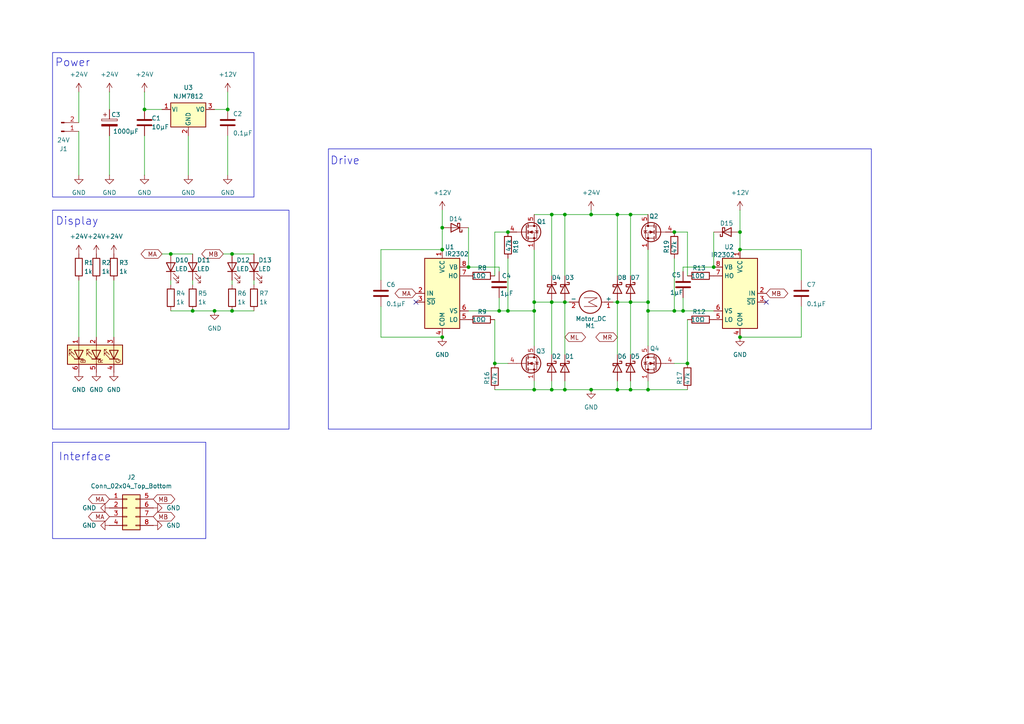
<source format=kicad_sch>
(kicad_sch (version 20231120) (generator "eeschema") (generator_version "8.0")
  (paper "A4")
  (lib_symbols
    (symbol "Connector:Conn_01x02_Pin" (pin_names (offset 1.016) hide)
      (property "Reference" "J" (at 0 2.54 0))
      (property "Value" "Conn_01x02_Pin" (at 0 -5.08 0))
      (symbol "Conn_01x02_Pin_1_1"
        (polyline (pts (xy 1.27 -2.54) (xy 0.8636 -2.54)) (stroke (width 0.1524)))
        (polyline (pts (xy 1.27 0) (xy 0.8636 0)) (stroke (width 0.1524)))
        (rectangle (start 0.8636 -2.413) (end 0 -2.667) (stroke (width 0.1524)) (fill (type outline)))
        (rectangle (start 0.8636 0.127) (end 0 -0.127) (stroke (width 0.1524)) (fill (type outline)))
        (pin passive line (at 5.08 0 180) (length 3.81) (name "Pin_1") (number "1"))
        (pin passive line (at 5.08 -2.54 180) (length 3.81) (name "Pin_2") (number "2"))
      )
    )
    (symbol "Connector_Generic:Conn_02x04_Top_Bottom" (pin_names (offset 1.016) hide)
      (property "Reference" "J" (at 1.27 5.08 0))
      (property "Value" "Conn_02x04_Top_Bottom" (at 1.27 -7.62 0))
      (symbol "Conn_02x04_Top_Bottom_1_1"
        (rectangle (start -1.27 -4.953) (end 0 -5.207) (stroke (width 0.1524)))
        (rectangle (start -1.27 -2.413) (end 0 -2.667) (stroke (width 0.1524)))
        (rectangle (start -1.27 0.127) (end 0 -0.127) (stroke (width 0.1524)))
        (rectangle (start -1.27 2.667) (end 0 2.413) (stroke (width 0.1524)))
        (rectangle (start -1.27 3.81) (end 3.81 -6.35) (stroke (width 0.254)) (fill (type background)))
        (rectangle (start 3.81 -4.953) (end 2.54 -5.207) (stroke (width 0.1524)))
        (rectangle (start 3.81 -2.413) (end 2.54 -2.667) (stroke (width 0.1524)))
        (rectangle (start 3.81 0.127) (end 2.54 -0.127) (stroke (width 0.1524)))
        (rectangle (start 3.81 2.667) (end 2.54 2.413) (stroke (width 0.1524)))
        (pin passive line (at -5.08 2.54 0) (length 3.81) (name "Pin_1") (number "1"))
        (pin passive line (at -5.08 0 0) (length 3.81) (name "Pin_2") (number "2"))
        (pin passive line (at -5.08 -2.54 0) (length 3.81) (name "Pin_3") (number "3"))
        (pin passive line (at -5.08 -5.08 0) (length 3.81) (name "Pin_4") (number "4"))
        (pin passive line (at 7.62 2.54 180) (length 3.81) (name "Pin_5") (number "5"))
        (pin passive line (at 7.62 0 180) (length 3.81) (name "Pin_6") (number "6"))
        (pin passive line (at 7.62 -2.54 180) (length 3.81) (name "Pin_7") (number "7"))
        (pin passive line (at 7.62 -5.08 180) (length 3.81) (name "Pin_8") (number "8"))
      )
    )
    (symbol "Device:C" (pin_numbers hide) (pin_names (offset 0.254))
      (property "Reference" "C" (at 0.635 2.54 0))
      (property "Value" "C" (at 0.635 -2.54 0))
      (symbol "C_0_1"
        (polyline (pts (xy -2.032 -0.762) (xy 2.032 -0.762)) (stroke (width 0.508)))
        (polyline (pts (xy -2.032 0.762) (xy 2.032 0.762)) (stroke (width 0.508)))
      )
      (symbol "C_1_1"
        (pin passive line (at 0 3.81 270) (length 2.794) (name "~") (number "1"))
        (pin passive line (at 0 -3.81 90) (length 2.794) (name "~") (number "2"))
      )
    )
    (symbol "Device:C_Polarized" (pin_numbers hide) (pin_names (offset 0.254))
      (property "Reference" "C" (at 0.635 2.54 0))
      (property "Value" "C_Polarized" (at 0.635 -2.54 0))
      (symbol "C_Polarized_0_1"
        (rectangle (start -2.286 0.508) (end 2.286 1.016))
        (polyline (pts (xy -1.778 2.286) (xy -0.762 2.286)))
        (polyline (pts (xy -1.27 2.794) (xy -1.27 1.778)))
        (rectangle (start 2.286 -0.508) (end -2.286 -1.016) (fill (type outline)))
      )
      (symbol "C_Polarized_1_1"
        (pin passive line (at 0 3.81 270) (length 2.794) (name "~") (number "1"))
        (pin passive line (at 0 -3.81 90) (length 2.794) (name "~") (number "2"))
      )
    )
    (symbol "Device:LED" (pin_numbers hide) (pin_names (offset 1.016) hide)
      (property "Reference" "D" (at 0 2.54 0))
      (property "Value" "LED" (at 0 -2.54 0))
      (symbol "LED_0_1"
        (polyline (pts (xy -1.27 -1.27) (xy -1.27 1.27)) (stroke (width 0.254)))
        (polyline (pts (xy -1.27 0) (xy 1.27 0)))
        (polyline (pts (xy 1.27 -1.27) (xy 1.27 1.27) (xy -1.27 0) (xy 1.27 -1.27)) (stroke (width 0.254)))
        (polyline (pts (xy -3.048 -0.762) (xy -4.572 -2.286) (xy -3.81 -2.286) (xy -4.572 -2.286) (xy -4.572 -1.524)))
        (polyline (pts (xy -1.778 -0.762) (xy -3.302 -2.286) (xy -2.54 -2.286) (xy -3.302 -2.286) (xy -3.302 -1.524)))
      )
      (symbol "LED_1_1"
        (pin passive line (at -3.81 0 0) (length 2.54) (name "K") (number "1"))
        (pin passive line (at 3.81 0 180) (length 2.54) (name "A") (number "2"))
      )
    )
    (symbol "Device:R" (pin_numbers hide) (pin_names (offset 0))
      (property "Reference" "R" (at 2.032 0 90))
      (property "Value" "R" (at 0 0 90))
      (symbol "R_0_1"
        (rectangle (start -1.016 -2.54) (end 1.016 2.54) (stroke (width 0.254)))
      )
      (symbol "R_1_1"
        (pin passive line (at 0 3.81 270) (length 1.27) (name "~") (number "1"))
        (pin passive line (at 0 -3.81 90) (length 1.27) (name "~") (number "2"))
      )
    )
    (symbol "Diode:SS14" (pin_numbers hide) (pin_names (offset 1.016) hide)
      (property "Reference" "D" (at 0 2.54 0))
      (property "Value" "SS14" (at 0 -2.54 0))
      (symbol "SS14_0_1"
        (polyline (pts (xy 1.27 0) (xy -1.27 0)))
        (polyline (pts (xy 1.27 1.27) (xy 1.27 -1.27) (xy -1.27 0) (xy 1.27 1.27)) (stroke (width 0.254)))
        (polyline (pts (xy -1.905 0.635) (xy -1.905 1.27) (xy -1.27 1.27) (xy -1.27 -1.27) (xy -0.635 -1.27) (xy -0.635 -0.635)) (stroke (width 0.254)))
      )
      (symbol "SS14_1_1"
        (pin passive line (at -3.81 0 0) (length 2.54) (name "K") (number "1"))
        (pin passive line (at 3.81 0 180) (length 2.54) (name "A") (number "2"))
      )
    )
    (symbol "Driver_FET:IR2302"
      (property "Reference" "U" (at 1.27 13.335 0))
      (property "Value" "IR2302" (at 1.27 11.43 0))
      (symbol "IR2302_0_1"
        (rectangle (start -5.08 -10.16) (end 5.08 10.16) (stroke (width 0.254)) (fill (type background)))
      )
      (symbol "IR2302_1_1"
        (pin power_in line (at 0 12.7 270) (length 2.54) (name "VCC") (number "1"))
        (pin input line (at -7.62 0 0) (length 2.54) (name "IN") (number "2"))
        (pin input line (at -7.62 -2.54 0) (length 2.54) (name "~{SD}") (number "3"))
        (pin power_in line (at 0 -12.7 90) (length 2.54) (name "COM") (number "4"))
        (pin output line (at 7.62 -7.62 180) (length 2.54) (name "LO") (number "5"))
        (pin passive line (at 7.62 -5.08 180) (length 2.54) (name "VS") (number "6"))
        (pin output line (at 7.62 5.08 180) (length 2.54) (name "HO") (number "7"))
        (pin passive line (at 7.62 7.62 180) (length 2.54) (name "VB") (number "8"))
      )
    )
    (symbol "LED:SMLVN6RGB" (pin_names (offset 0) hide)
      (property "Reference" "D" (at 0 12.7 0))
      (property "Value" "SMLVN6RGB" (at 0 10.16 0))
      (symbol "SMLVN6RGB_0_0"
        (text "B" (at 1.905 3.81 0) (effects (font (size 1.27 1.27))))
        (text "G" (at 1.905 -6.35 0) (effects (font (size 1.27 1.27))))
        (text "R" (at 1.905 -1.27 0) (effects (font (size 1.27 1.27))))
      )
      (symbol "SMLVN6RGB_0_1"
        (rectangle (start -2.794 8.382) (end 2.794 -7.62) (stroke (width 0.254)) (fill (type background)))
        (rectangle (start -1.27 -1.27) (end -1.27 1.27))
        (rectangle (start -1.27 1.27) (end -1.27 1.27))
        (rectangle (start -1.27 3.81) (end -1.27 6.35))
        (rectangle (start -1.27 6.35) (end -1.27 6.35))
        (polyline (pts (xy -1.27 -5.08) (xy -2.54 -5.08)))
        (polyline (pts (xy -1.27 0) (xy -2.54 0)))
        (polyline (pts (xy -1.27 0) (xy 1.27 0)))
        (polyline (pts (xy -1.27 5.08) (xy -2.54 5.08)))
        (polyline (pts (xy 1.27 -5.08) (xy -1.27 -5.08)))
        (polyline (pts (xy 1.27 -5.08) (xy 2.54 -5.08)))
        (polyline (pts (xy 1.27 -3.81) (xy 1.27 -6.35)) (stroke (width 0.254)))
        (polyline (pts (xy 1.27 0) (xy 2.54 0)))
        (polyline (pts (xy 1.27 1.27) (xy 1.27 -1.27)) (stroke (width 0.254)))
        (polyline (pts (xy 1.27 5.08) (xy -1.27 5.08)))
        (polyline (pts (xy 1.27 5.08) (xy 2.54 5.08)))
        (polyline (pts (xy 1.27 6.35) (xy 1.27 3.81)) (stroke (width 0.254)))
        (polyline (pts (xy 1.27 1.27) (xy 1.27 -1.27) (xy 1.27 -1.27)))
        (polyline (pts (xy 1.27 6.35) (xy 1.27 3.81) (xy 1.27 3.81)))
        (polyline (pts (xy -1.27 -3.81) (xy -1.27 -6.35) (xy 1.27 -5.08) (xy -1.27 -3.81)) (stroke (width 0.254)))
        (polyline (pts (xy -1.27 1.27) (xy -1.27 -1.27) (xy 1.27 0) (xy -1.27 1.27)) (stroke (width 0.254)))
        (polyline (pts (xy -1.27 6.35) (xy -1.27 3.81) (xy 1.27 5.08) (xy -1.27 6.35)) (stroke (width 0.254)))
        (polyline (pts (xy 0 -3.81) (xy -1.524 -2.286) (xy -0.762 -2.286) (xy -1.524 -2.286) (xy -1.524 -3.048)))
        (polyline (pts (xy 0 1.27) (xy -1.524 2.794) (xy -0.762 2.794) (xy -1.524 2.794) (xy -1.524 2.032)))
        (polyline (pts (xy 0 6.35) (xy -1.524 7.874) (xy -0.762 7.874) (xy -1.524 7.874) (xy -1.524 7.112)))
        (polyline (pts (xy 1.016 -3.81) (xy -0.508 -2.286) (xy 0.254 -2.286) (xy -0.508 -2.286) (xy -0.508 -3.048)))
        (polyline (pts (xy 1.016 1.27) (xy -0.508 2.794) (xy 0.254 2.794) (xy -0.508 2.794) (xy -0.508 2.032)))
        (polyline (pts (xy 1.016 6.35) (xy -0.508 7.874) (xy 0.254 7.874) (xy -0.508 7.874) (xy -0.508 7.112)))
      )
      (symbol "SMLVN6RGB_1_1"
        (pin passive line (at -5.08 5.08 0) (length 2.54) (name "BA") (number "1"))
        (pin passive line (at -5.08 0 0) (length 2.54) (name "RA") (number "2"))
        (pin passive line (at -5.08 -5.08 0) (length 2.54) (name "GA") (number "3"))
        (pin passive line (at 5.08 -5.08 180) (length 2.54) (name "GK") (number "4"))
        (pin passive line (at 5.08 0 180) (length 2.54) (name "RK") (number "5"))
        (pin passive line (at 5.08 5.08 180) (length 2.54) (name "BK") (number "6"))
      )
    )
    (symbol "Motor:Motor_DC" (pin_names (offset 0))
      (property "Reference" "M" (at 2.54 2.54 0))
      (property "Value" "Motor_DC" (at 2.54 -5.08 0))
      (symbol "Motor_DC_0_0"
        (polyline (pts (xy -1.27 -3.302) (xy -1.27 0.508) (xy 0 -2.032) (xy 1.27 0.508) (xy 1.27 -3.302)))
      )
      (symbol "Motor_DC_0_1"
        (circle (center 0 -1.524) (radius 3.2512) (stroke (width 0.254)))
        (polyline (pts (xy 0 -7.62) (xy 0 -7.112)))
        (polyline (pts (xy 0 -4.7752) (xy 0 -5.1816)))
        (polyline (pts (xy 0 1.7272) (xy 0 2.0828)))
        (polyline (pts (xy 0 2.032) (xy 0 2.54)))
      )
      (symbol "Motor_DC_1_1"
        (pin passive line (at 0 5.08 270) (length 2.54) (name "+") (number "1"))
        (pin passive line (at 0 -7.62 90) (length 2.54) (name "-") (number "2"))
      )
    )
    (symbol "Regulator_Linear:KA78M05_TO252" (pin_names (offset 0.254))
      (property "Reference" "U" (at -3.81 3.175 0))
      (property "Value" "KA78M05_TO252" (at 0 3.175 0))
      (symbol "KA78M05_TO252_0_1"
        (rectangle (start -5.08 1.905) (end 5.08 -5.08) (stroke (width 0.254)) (fill (type background)))
      )
      (symbol "KA78M05_TO252_1_1"
        (pin power_in line (at -7.62 0 0) (length 2.54) (name "VI") (number "1"))
        (pin power_in line (at 0 -7.62 90) (length 2.54) (name "GND") (number "2"))
        (pin power_out line (at 7.62 0 180) (length 2.54) (name "VO") (number "3"))
      )
    )
    (symbol "Transistor_FET:BSC159N10LSFG" (pin_names hide)
      (property "Reference" "Q" (at 5.08 1.905 0))
      (property "Value" "BSC159N10LSFG" (at 5.08 0 0))
      (symbol "BSC159N10LSFG_0_1"
        (polyline (pts (xy 0.254 0) (xy -2.54 0)))
        (polyline (pts (xy 0.254 1.905) (xy 0.254 -1.905)) (stroke (width 0.254)))
        (polyline (pts (xy 0.762 -1.27) (xy 0.762 -2.286)) (stroke (width 0.254)))
        (polyline (pts (xy 0.762 0.508) (xy 0.762 -0.508)) (stroke (width 0.254)))
        (polyline (pts (xy 0.762 2.286) (xy 0.762 1.27)) (stroke (width 0.254)))
        (polyline (pts (xy 2.54 2.54) (xy 2.54 1.778)))
        (polyline (pts (xy 2.54 -2.54) (xy 2.54 0) (xy 0.762 0)))
        (polyline (pts (xy 0.762 -1.778) (xy 3.302 -1.778) (xy 3.302 1.778) (xy 0.762 1.778)))
        (polyline (pts (xy 1.016 0) (xy 2.032 0.381) (xy 2.032 -0.381) (xy 1.016 0)) (fill (type outline)))
        (polyline (pts (xy 2.794 0.508) (xy 2.921 0.381) (xy 3.683 0.381) (xy 3.81 0.254)))
        (polyline (pts (xy 3.302 0.381) (xy 2.921 -0.254) (xy 3.683 -0.254) (xy 3.302 0.381)))
        (circle (center 1.651 0) (radius 2.794) (stroke (width 0.254)))
        (circle (center 2.54 -1.778) (radius 0.254) (fill (type outline)))
        (circle (center 2.54 1.778) (radius 0.254) (fill (type outline)))
      )
      (symbol "BSC159N10LSFG_1_1"
        (pin passive line (at 2.54 -5.08 90) (length 2.54) (name "S") (number "1"))
        (pin passive line (at 2.54 -5.08 90) (length 2.54) hide (name "S") (number "2"))
        (pin passive line (at 2.54 -5.08 90) (length 2.54) hide (name "S") (number "3"))
        (pin passive line (at -5.08 0 0) (length 2.54) (name "G") (number "4"))
        (pin passive line (at 2.54 5.08 270) (length 2.54) (name "D") (number "5"))
      )
    )
    (symbol "power:+12V" (power) (pin_numbers hide) (pin_names (offset 0) hide)
      (property "Value" "+12V" (at 0 3.556 0))
      (symbol "+12V_0_1"
        (polyline (pts (xy -0.762 1.27) (xy 0 2.54)))
        (polyline (pts (xy 0 0) (xy 0 2.54)))
        (polyline (pts (xy 0 2.54) (xy 0.762 1.27)))
      )
      (symbol "+12V_1_1"
        (pin power_in line (at 0 0 90) (length 0) (name "~") (number "1"))
      )
    )
    (symbol "power:+24V" (power) (pin_numbers hide) (pin_names (offset 0) hide)
      (property "Value" "+24V" (at 0 3.556 0))
      (symbol "+24V_0_1"
        (polyline (pts (xy -0.762 1.27) (xy 0 2.54)))
        (polyline (pts (xy 0 0) (xy 0 2.54)))
        (polyline (pts (xy 0 2.54) (xy 0.762 1.27)))
      )
      (symbol "+24V_1_1"
        (pin power_in line (at 0 0 90) (length 0) (name "~") (number "1"))
      )
    )
    (symbol "power:GND" (power) (pin_numbers hide) (pin_names (offset 0) hide)
      (property "Value" "GND" (at 0 -3.81 0))
      (symbol "GND_0_1"
        (polyline (pts (xy 0 0) (xy 0 -1.27) (xy 1.27 -1.27) (xy 0 -2.54) (xy -1.27 -1.27) (xy 0 -1.27)))
      )
      (symbol "GND_1_1"
        (pin power_in line (at 0 0 270) (length 0) (name "~") (number "1"))
      )
    )
  )
  (junction (at 179.07 113.03))
  (junction (at 187.96 90.17))
  (junction (at 66.04 31.75))
  (junction (at 198.12 90.17))
  (junction (at 160.02 87.63))
  (junction (at 187.96 87.63))
  (junction (at 214.63 72.39))
  (junction (at 179.07 87.63))
  (junction (at 62.23 90.17))
  (junction (at 171.45 62.23))
  (junction (at 55.88 90.17))
  (junction (at 195.58 67.31))
  (junction (at 163.83 62.23))
  (junction (at 154.94 87.63))
  (junction (at 160.02 62.23))
  (junction (at 128.27 72.39))
  (junction (at 163.83 87.63))
  (junction (at 199.39 105.41))
  (junction (at 49.53 73.66))
  (junction (at 214.63 67.31))
  (junction (at 182.88 87.63))
  (junction (at 187.96 113.03))
  (junction (at 41.91 31.75))
  (junction (at 179.07 62.23))
  (junction (at 163.83 113.03))
  (junction (at 160.02 113.03))
  (junction (at 147.32 67.31))
  (junction (at 67.31 73.66))
  (junction (at 154.94 113.03))
  (junction (at 182.88 62.23))
  (junction (at 135.89 77.47))
  (junction (at 171.45 113.03))
  (junction (at 195.58 90.17))
  (junction (at 154.94 90.17))
  (junction (at 214.63 97.79))
  (junction (at 144.78 90.17))
  (junction (at 147.32 90.17))
  (junction (at 67.31 90.17))
  (junction (at 182.88 113.03))
  (junction (at 207.01 77.47))
  (junction (at 143.51 105.41))
  (junction (at 128.27 66.04))
  (junction (at 128.27 97.79))
  (no_connect (at 120.65 87.63))
  (no_connect (at 222.25 87.63))
  (wire (pts (xy 160.02 62.23) (xy 163.83 62.23)))
  (wire (pts (xy 154.94 62.23) (xy 160.02 62.23)))
  (wire (pts (xy 199.39 105.41) (xy 195.58 105.41)))
  (wire (pts (xy 128.27 60.96) (xy 128.27 66.04)))
  (wire (pts (xy 160.02 113.03) (xy 160.02 110.49)))
  (wire (pts (xy 179.07 87.63) (xy 179.07 102.87)))
  (wire (pts (xy 171.45 60.96) (xy 171.45 62.23)))
  (wire (pts (xy 199.39 67.31) (xy 195.58 67.31)))
  (wire (pts (xy 232.41 81.28) (xy 232.41 72.39)))
  (wire (pts (xy 66.04 50.8) (xy 66.04 39.37)))
  (wire (pts (xy 154.94 87.63) (xy 154.94 90.17)))
  (wire (pts (xy 49.53 81.28) (xy 49.53 82.55)))
  (wire (pts (xy 160.02 87.63) (xy 163.83 87.63)))
  (wire (pts (xy 179.07 62.23) (xy 179.07 80.01)))
  (wire (pts (xy 214.63 60.96) (xy 214.63 67.31)))
  (wire (pts (xy 27.94 81.28) (xy 27.94 97.79)))
  (wire (pts (xy 154.94 87.63) (xy 160.02 87.63)))
  (wire (pts (xy 187.96 90.17) (xy 195.58 90.17)))
  (wire (pts (xy 182.88 87.63) (xy 187.96 87.63)))
  (wire (pts (xy 182.88 113.03) (xy 187.96 113.03)))
  (wire (pts (xy 163.83 113.03) (xy 163.83 110.49)))
  (wire (pts (xy 55.88 90.17) (xy 62.23 90.17)))
  (wire (pts (xy 171.45 62.23) (xy 179.07 62.23)))
  (wire (pts (xy 187.96 90.17) (xy 187.96 100.33)))
  (wire (pts (xy 143.51 113.03) (xy 154.94 113.03)))
  (wire (pts (xy 232.41 88.9) (xy 232.41 97.79)))
  (wire (pts (xy 62.23 90.17) (xy 67.31 90.17)))
  (wire (pts (xy 143.51 92.71) (xy 143.51 105.41)))
  (wire (pts (xy 198.12 90.17) (xy 207.01 90.17)))
  (wire (pts (xy 22.86 81.28) (xy 22.86 97.79)))
  (wire (pts (xy 182.88 113.03) (xy 182.88 110.49)))
  (wire (pts (xy 171.45 113.03) (xy 179.07 113.03)))
  (wire (pts (xy 147.32 74.93) (xy 147.32 90.17)))
  (wire (pts (xy 187.96 72.39) (xy 187.96 87.63)))
  (wire (pts (xy 187.96 87.63) (xy 187.96 90.17)))
  (wire (pts (xy 135.89 90.17) (xy 144.78 90.17)))
  (wire (pts (xy 41.91 50.8) (xy 41.91 39.37)))
  (wire (pts (xy 49.53 73.66) (xy 55.88 73.66)))
  (wire (pts (xy 128.27 66.04) (xy 128.27 72.39)))
  (wire (pts (xy 31.75 26.67) (xy 31.75 31.75)))
  (wire (pts (xy 198.12 86.36) (xy 198.12 90.17)))
  (wire (pts (xy 144.78 77.47) (xy 135.89 77.47)))
  (wire (pts (xy 66.04 26.67) (xy 66.04 31.75)))
  (wire (pts (xy 163.83 113.03) (xy 171.45 113.03)))
  (wire (pts (xy 144.78 77.47) (xy 144.78 78.74)))
  (wire (pts (xy 143.51 105.41) (xy 147.32 105.41)))
  (wire (pts (xy 154.94 72.39) (xy 154.94 87.63)))
  (wire (pts (xy 195.58 90.17) (xy 198.12 90.17)))
  (wire (pts (xy 199.39 67.31) (xy 199.39 80.01)))
  (wire (pts (xy 46.99 31.75) (xy 41.91 31.75)))
  (wire (pts (xy 66.04 31.75) (xy 62.23 31.75)))
  (wire (pts (xy 187.96 113.03) (xy 187.96 110.49)))
  (wire (pts (xy 73.66 81.28) (xy 73.66 82.55)))
  (wire (pts (xy 54.61 39.37) (xy 54.61 50.8)))
  (wire (pts (xy 31.75 39.37) (xy 31.75 50.8)))
  (wire (pts (xy 179.07 113.03) (xy 182.88 113.03)))
  (wire (pts (xy 160.02 62.23) (xy 160.02 80.01)))
  (wire (pts (xy 214.63 67.31) (xy 214.63 72.39)))
  (wire (pts (xy 179.07 113.03) (xy 179.07 110.49)))
  (wire (pts (xy 41.91 26.67) (xy 41.91 31.75)))
  (wire (pts (xy 147.32 90.17) (xy 154.94 90.17)))
  (wire (pts (xy 22.86 26.67) (xy 22.86 35.56)))
  (wire (pts (xy 232.41 72.39) (xy 214.63 72.39)))
  (wire (pts (xy 67.31 90.17) (xy 73.66 90.17)))
  (wire (pts (xy 154.94 113.03) (xy 154.94 110.49)))
  (wire (pts (xy 110.49 97.79) (xy 110.49 88.9)))
  (wire (pts (xy 154.94 113.03) (xy 160.02 113.03)))
  (wire (pts (xy 49.53 90.17) (xy 55.88 90.17)))
  (wire (pts (xy 110.49 81.28) (xy 110.49 72.39)))
  (wire (pts (xy 144.78 90.17) (xy 147.32 90.17)))
  (wire (pts (xy 182.88 62.23) (xy 187.96 62.23)))
  (wire (pts (xy 195.58 74.93) (xy 195.58 90.17)))
  (wire (pts (xy 160.02 113.03) (xy 163.83 113.03)))
  (wire (pts (xy 144.78 86.36) (xy 144.78 90.17)))
  (wire (pts (xy 110.49 72.39) (xy 128.27 72.39)))
  (wire (pts (xy 165.1 87.63) (xy 163.83 87.63)))
  (wire (pts (xy 187.96 113.03) (xy 199.39 113.03)))
  (wire (pts (xy 143.51 67.31) (xy 147.32 67.31)))
  (wire (pts (xy 179.07 87.63) (xy 182.88 87.63)))
  (wire (pts (xy 22.86 38.1) (xy 22.86 50.8)))
  (wire (pts (xy 64.77 73.66) (xy 67.31 73.66)))
  (wire (pts (xy 163.83 80.01) (xy 163.83 62.23)))
  (wire (pts (xy 182.88 62.23) (xy 182.88 80.01)))
  (wire (pts (xy 55.88 81.28) (xy 55.88 82.55)))
  (wire (pts (xy 199.39 92.71) (xy 199.39 105.41)))
  (wire (pts (xy 67.31 73.66) (xy 73.66 73.66)))
  (wire (pts (xy 67.31 81.28) (xy 67.31 82.55)))
  (wire (pts (xy 198.12 77.47) (xy 207.01 77.47)))
  (wire (pts (xy 163.83 87.63) (xy 163.83 102.87)))
  (wire (pts (xy 207.01 67.31) (xy 207.01 77.47)))
  (wire (pts (xy 160.02 87.63) (xy 160.02 102.87)))
  (wire (pts (xy 179.07 62.23) (xy 182.88 62.23)))
  (wire (pts (xy 232.41 97.79) (xy 214.63 97.79)))
  (wire (pts (xy 198.12 77.47) (xy 198.12 78.74)))
  (wire (pts (xy 128.27 97.79) (xy 110.49 97.79)))
  (wire (pts (xy 46.99 73.66) (xy 49.53 73.66)))
  (wire (pts (xy 143.51 67.31) (xy 143.51 80.01)))
  (wire (pts (xy 135.89 66.04) (xy 135.89 77.47)))
  (wire (pts (xy 154.94 90.17) (xy 154.94 100.33)))
  (wire (pts (xy 177.8 87.63) (xy 179.07 87.63)))
  (wire (pts (xy 182.88 87.63) (xy 182.88 102.87)))
  (wire (pts (xy 33.02 81.28) (xy 33.02 97.79)))
  (wire (pts (xy 163.83 62.23) (xy 171.45 62.23)))
  (rectangle (start 15.24 60.96) (end 83.82 124.46))
  (rectangle (start 95.25 43.18) (end 252.73 124.46))
  (rectangle (start 15.24 128.27) (end 59.69 156.21))
  (rectangle (start 15.24 15.24) (end 73.66 57.15))
  (text "Display" (at 22.352 64.262 0) (effects (font (size 2.286 2.286))))
  (text "Drive" (at 100.076 46.736 0) (effects (font (size 2.286 2.286))))
  (text "Interface" (at 24.638 132.588 0) (effects (font (size 2.286 2.286))))
  (text "Power\n" (at 21.082 18.288 0) (effects (font (size 2.286 2.286))))
  (global_label "MB" (shape bidirectional) (at 44.45 149.86 0) (property "Intersheetrefs" "${INTERSHEET_REFS}" (effects (hide yes))))
  (global_label "MA" (shape bidirectional) (at 46.99 73.66 180) (property "Intersheetrefs" "${INTERSHEET_REFS}" (effects (hide yes))))
  (global_label "MA" (shape bidirectional) (at 31.75 144.78 180) (property "Intersheetrefs" "${INTERSHEET_REFS}" (effects (hide yes))))
  (global_label "MB" (shape bidirectional) (at 222.25 85.09 0) (property "Intersheetrefs" "${INTERSHEET_REFS}" (effects (hide yes))))
  (global_label "MB" (shape bidirectional) (at 64.77 73.66 180) (property "Intersheetrefs" "${INTERSHEET_REFS}" (effects (hide yes))))
  (global_label "MB" (shape bidirectional) (at 44.45 144.78 0) (property "Intersheetrefs" "${INTERSHEET_REFS}" (effects (hide yes))))
  (global_label "ML" (shape bidirectional) (at 163.83 97.79 0) (property "Intersheetrefs" "${INTERSHEET_REFS}" (effects (hide yes))))
  (global_label "MR" (shape bidirectional) (at 179.07 97.79 180) (property "Intersheetrefs" "${INTERSHEET_REFS}" (effects (hide yes))))
  (global_label "MA" (shape bidirectional) (at 120.65 85.09 180) (property "Intersheetrefs" "${INTERSHEET_REFS}" (effects (hide yes))))
  (global_label "MA" (shape bidirectional) (at 31.75 149.86 180) (property "Intersheetrefs" "${INTERSHEET_REFS}" (effects (hide yes))))
  (symbol (lib_id "power:GND") (at 44.45 147.32 90) (unit 1)
    (property "Reference" "#PWR019" (effects (hide yes)))
    (property "Value" "GND" (at 48.26 147.3199 90) (effects (justify right)))
    (property "Description" "Power symbol creates a global label with name \"GND\" , ground" (effects (hide yes)))
  )
  (symbol (lib_id "Transistor_FET:BSC159N10LSFG") (at 152.4 67.31 0) (unit 1)
    (property "Reference" "Q1" (at 155.702 64.262 0) (effects (justify left)))
    (property "Value" "BSC159N10LSFG" (effects (hide yes)))
    (property "Footprint" "Package_TO_SOT_SMD:TDSON-8-1" (effects (hide yes)))
    (property "Datasheet" "http://www.infineon.com/dgdl/Infineon-BSC159N10LSF-DS-v02_09-en.pdf?fileId=db3a30431b3e89eb011b499f85d47b36" (effects (hide yes)))
    (property "Description" "63A Id, 100V Vds, OptiMOS N-Channel Power MOSFET, 15.9mOhm Ron, Qg (typ) 26.0nC, PG-TDSON-8" (effects (hide yes)))
  )
  (symbol (lib_id "Connector_Generic:Conn_02x04_Top_Bottom") (at 36.83 147.32 0) (unit 1)
    (property "Reference" "J2" (at 38.1 138.43 0))
    (property "Value" "Conn_02x04_Top_Bottom" (at 38.1 140.97 0))
    (property "Footprint" "Connector_PinHeader_2.54mm:PinHeader_2x04_P2.54mm_Horizontal" (effects (hide yes)))
    (property "Description" "Generic connector, double row, 02x04, top/bottom pin numbering scheme (row 1: 1...pins_per_row, row2: pins_per_row+1 ... num_pins), script generated (kicad-library-utils/schlib/autogen/connector/)" (effects (hide yes)))
  )
  (symbol (lib_id "Device:C") (at 66.04 35.56 0) (unit 1)
    (property "Reference" "C2" (at 67.564 33.02 0) (effects (justify left)))
    (property "Value" "0.1μF" (at 67.564 38.608 0) (effects (justify left)))
    (property "Footprint" "Capacitor_SMD:C_0603_1608Metric_Pad1.08x0.95mm_HandSolder" (effects (hide yes)))
    (property "Description" "Unpolarized capacitor" (effects (hide yes)))
  )
  (symbol (lib_id "power:GND") (at 27.94 107.95 0) (unit 1)
    (property "Reference" "#PWR014" (effects (hide yes)))
    (property "Value" "GND" (at 27.94 113.03 0))
    (property "Description" "Power symbol creates a global label with name \"GND\" , ground" (effects (hide yes)))
  )
  (symbol (lib_id "power:GND") (at 33.02 107.95 0) (unit 1)
    (property "Reference" "#PWR015" (effects (hide yes)))
    (property "Value" "GND" (at 33.02 113.03 0))
    (property "Description" "Power symbol creates a global label with name \"GND\" , ground" (effects (hide yes)))
  )
  (symbol (lib_id "Device:R") (at 22.86 77.47 0) (unit 1)
    (property "Reference" "R1" (at 24.384 76.2 0) (effects (justify left)))
    (property "Value" "1k" (at 24.384 78.74 0) (effects (justify left)))
    (property "Footprint" "Resistor_SMD:R_0603_1608Metric_Pad0.98x0.95mm_HandSolder" (effects (hide yes)))
    (property "Description" "Resistor" (effects (hide yes)))
  )
  (symbol (lib_id "power:+24V") (at 22.86 26.67 0) (unit 1)
    (property "Reference" "#PWR02" (effects (hide yes)))
    (property "Value" "+24V" (at 22.86 21.59 0))
    (property "Description" "Power symbol creates a global label with name \"+24V\"" (effects (hide yes)))
  )
  (symbol (lib_id "power:+12V") (at 66.04 26.67 0) (unit 1)
    (property "Reference" "#PWR07" (effects (hide yes)))
    (property "Value" "+12V" (at 66.04 21.59 0))
    (property "Description" "Power symbol creates a global label with name \"+12V\"" (effects (hide yes)))
  )
  (symbol (lib_id "Diode:SS14") (at 163.83 106.68 270) (unit 1)
    (property "Reference" "D1" (at 163.83 103.378 90) (effects (justify left)))
    (property "Value" "SS14" (effects (hide yes)))
    (property "Footprint" "Diode_SMD:D_SMA_Handsoldering" (effects (hide yes)))
    (property "Datasheet" "https://www.vishay.com/docs/88746/ss12.pdf" (effects (hide yes)))
    (property "Description" "40V 1A Schottky Diode, SMA" (effects (hide yes)))
  )
  (symbol (lib_id "Device:R") (at 139.7 80.01 90) (unit 1)
    (property "Reference" "R8" (at 141.224 77.724 90) (effects (justify left)))
    (property "Value" "10Ω" (at 140.97 80.01 90) (effects (justify left)))
    (property "Footprint" "Resistor_SMD:R_0603_1608Metric_Pad0.98x0.95mm_HandSolder" (effects (hide yes)))
    (property "Description" "Resistor" (effects (hide yes)))
  )
  (symbol (lib_id "power:+12V") (at 128.27 60.96 0) (unit 1)
    (property "Reference" "#PWR021" (effects (hide yes)))
    (property "Value" "+12V" (at 128.27 55.88 0))
    (property "Description" "Power symbol creates a global label with name \"+12V\"" (effects (hide yes)))
  )
  (symbol (lib_id "Diode:SS14") (at 160.02 106.68 270) (unit 1)
    (property "Reference" "D2" (at 160.02 103.378 90) (effects (justify left)))
    (property "Value" "SS14" (effects (hide yes)))
    (property "Footprint" "Diode_SMD:D_SMA_Handsoldering" (effects (hide yes)))
    (property "Datasheet" "https://www.vishay.com/docs/88746/ss12.pdf" (effects (hide yes)))
    (property "Description" "40V 1A Schottky Diode, SMA" (effects (hide yes)))
  )
  (symbol (lib_id "Device:R") (at 27.94 77.47 0) (unit 1)
    (property "Reference" "R2" (at 29.464 76.2 0) (effects (justify left)))
    (property "Value" "1k" (at 29.464 78.74 0) (effects (justify left)))
    (property "Footprint" "Resistor_SMD:R_0603_1608Metric_Pad0.98x0.95mm_HandSolder" (effects (hide yes)))
    (property "Description" "Resistor" (effects (hide yes)))
  )
  (symbol (lib_id "Device:R") (at 195.58 71.12 180) (unit 1)
    (property "Reference" "R19" (at 193.294 69.596 90) (effects (justify left)))
    (property "Value" "47k" (at 195.58 69.85 90) (effects (justify left)))
    (property "Footprint" "Resistor_SMD:R_0603_1608Metric_Pad0.98x0.95mm_HandSolder" (effects (hide yes)))
    (property "Description" "Resistor" (effects (hide yes)))
  )
  (symbol (lib_id "Transistor_FET:BSC159N10LSFG") (at 152.4 105.41 0) (unit 1)
    (property "Reference" "Q3" (at 155.448 101.854 0) (effects (justify left)))
    (property "Value" "BSC159N10LSFG" (effects (hide yes)))
    (property "Footprint" "Package_TO_SOT_SMD:TDSON-8-1" (effects (hide yes)))
    (property "Datasheet" "http://www.infineon.com/dgdl/Infineon-BSC159N10LSF-DS-v02_09-en.pdf?fileId=db3a30431b3e89eb011b499f85d47b36" (effects (hide yes)))
    (property "Description" "63A Id, 100V Vds, OptiMOS N-Channel Power MOSFET, 15.9mOhm Ron, Qg (typ) 26.0nC, PG-TDSON-8" (effects (hide yes)))
  )
  (symbol (lib_id "Diode:SS14") (at 179.07 106.68 270) (unit 1)
    (property "Reference" "D6" (at 179.07 103.378 90) (effects (justify left)))
    (property "Value" "SS14" (effects (hide yes)))
    (property "Footprint" "Diode_SMD:D_SMA_Handsoldering" (effects (hide yes)))
    (property "Datasheet" "https://www.vishay.com/docs/88746/ss12.pdf" (effects (hide yes)))
    (property "Description" "40V 1A Schottky Diode, SMA" (effects (hide yes)))
  )
  (symbol (lib_id "Diode:SS14") (at 179.07 83.82 270) (unit 1)
    (property "Reference" "D8" (at 179.07 80.518 90) (effects (justify left)))
    (property "Value" "SS14" (effects (hide yes)))
    (property "Footprint" "Diode_SMD:D_SMA_Handsoldering" (effects (hide yes)))
    (property "Datasheet" "https://www.vishay.com/docs/88746/ss12.pdf" (effects (hide yes)))
    (property "Description" "40V 1A Schottky Diode, SMA" (effects (hide yes)))
  )
  (symbol (lib_id "Device:R") (at 143.51 109.22 180) (unit 1)
    (property "Reference" "R16" (at 141.224 107.696 90) (effects (justify left)))
    (property "Value" "47k" (at 143.51 107.95 90) (effects (justify left)))
    (property "Footprint" "Resistor_SMD:R_0603_1608Metric_Pad0.98x0.95mm_HandSolder" (effects (hide yes)))
    (property "Description" "Resistor" (effects (hide yes)))
  )
  (symbol (lib_id "Device:R") (at 33.02 77.47 0) (unit 1)
    (property "Reference" "R3" (at 34.544 76.2 0) (effects (justify left)))
    (property "Value" "1k" (at 34.544 78.74 0) (effects (justify left)))
    (property "Footprint" "Resistor_SMD:R_0603_1608Metric_Pad0.98x0.95mm_HandSolder" (effects (hide yes)))
    (property "Description" "Resistor" (effects (hide yes)))
  )
  (symbol (lib_id "Device:R") (at 55.88 86.36 0) (unit 1)
    (property "Reference" "R5" (at 57.404 85.09 0) (effects (justify left)))
    (property "Value" "1k" (at 57.404 87.63 0) (effects (justify left)))
    (property "Footprint" "Resistor_SMD:R_0603_1608Metric_Pad0.98x0.95mm_HandSolder" (effects (hide yes)))
    (property "Description" "Resistor" (effects (hide yes)))
  )
  (symbol (lib_id "power:GND") (at 31.75 147.32 270) (unit 1)
    (property "Reference" "#PWR017" (effects (hide yes)))
    (property "Value" "GND" (at 27.94 147.3199 90) (effects (justify right)))
    (property "Description" "Power symbol creates a global label with name \"GND\" , ground" (effects (hide yes)))
  )
  (symbol (lib_id "Device:LED") (at 67.31 77.47 90) (unit 1)
    (property "Reference" "D12" (at 68.58 75.438 90) (effects (justify right)))
    (property "Value" "LED" (at 68.58 77.978 90) (effects (justify right)))
    (property "Footprint" "LED_SMD:LED_0603_1608Metric_Pad1.05x0.95mm_HandSolder" (effects (hide yes)))
    (property "Description" "Light emitting diode" (effects (hide yes)))
  )
  (symbol (lib_id "Device:C") (at 144.78 82.55 0) (unit 1)
    (property "Reference" "C4" (at 145.542 80.01 0) (effects (justify left)))
    (property "Value" "1μF" (at 145.034 85.09 0) (effects (justify left)))
    (property "Footprint" "Capacitor_SMD:C_0603_1608Metric_Pad1.08x0.95mm_HandSolder" (effects (hide yes)))
    (property "Description" "Unpolarized capacitor" (effects (hide yes)))
  )
  (symbol (lib_id "power:+24V") (at 22.86 73.66 0) (unit 1)
    (property "Reference" "#PWR010" (effects (hide yes)))
    (property "Value" "+24V" (at 22.86 68.58 0))
    (property "Description" "Power symbol creates a global label with name \"+24V\"" (effects (hide yes)))
  )
  (symbol (lib_id "power:+24V") (at 41.91 26.67 0) (unit 1)
    (property "Reference" "#PWR03" (effects (hide yes)))
    (property "Value" "+24V" (at 41.91 21.59 0))
    (property "Description" "Power symbol creates a global label with name \"+24V\"" (effects (hide yes)))
  )
  (symbol (lib_id "Device:LED") (at 49.53 77.47 90) (unit 1)
    (property "Reference" "D10" (at 50.8 75.438 90) (effects (justify right)))
    (property "Value" "LED" (at 50.8 77.978 90) (effects (justify right)))
    (property "Footprint" "LED_SMD:LED_0603_1608Metric_Pad1.05x0.95mm_HandSolder" (effects (hide yes)))
    (property "Description" "Light emitting diode" (effects (hide yes)))
  )
  (symbol (lib_id "Transistor_FET:BSC159N10LSFG") (at 190.5 67.31 0) (mirror y) (unit 1)
    (property "Reference" "Q2" (at 191.008 62.738 0) (effects (justify left)))
    (property "Value" "BSC159N10LSFG" (effects (hide yes)))
    (property "Footprint" "Package_TO_SOT_SMD:TDSON-8-1" (effects (hide yes)))
    (property "Datasheet" "http://www.infineon.com/dgdl/Infineon-BSC159N10LSF-DS-v02_09-en.pdf?fileId=db3a30431b3e89eb011b499f85d47b36" (effects (hide yes)))
    (property "Description" "63A Id, 100V Vds, OptiMOS N-Channel Power MOSFET, 15.9mOhm Ron, Qg (typ) 26.0nC, PG-TDSON-8" (effects (hide yes)))
  )
  (symbol (lib_id "Device:R") (at 49.53 86.36 0) (unit 1)
    (property "Reference" "R4" (at 51.054 85.09 0) (effects (justify left)))
    (property "Value" "1k" (at 51.054 87.63 0) (effects (justify left)))
    (property "Footprint" "Resistor_SMD:R_0603_1608Metric_Pad0.98x0.95mm_HandSolder" (effects (hide yes)))
    (property "Description" "Resistor" (effects (hide yes)))
  )
  (symbol (lib_id "Device:C") (at 41.91 35.56 0) (unit 1)
    (property "Reference" "C1" (at 43.942 34.29 0) (effects (justify left)))
    (property "Value" "10μF" (at 43.942 36.83 0) (effects (justify left)))
    (property "Footprint" "Capacitor_SMD:C_0603_1608Metric_Pad1.08x0.95mm_HandSolder" (effects (hide yes)))
    (property "Description" "Unpolarized capacitor" (effects (hide yes)))
  )
  (symbol (lib_id "Device:LED") (at 73.66 77.47 90) (unit 1)
    (property "Reference" "D13" (at 74.93 75.438 90) (effects (justify right)))
    (property "Value" "LED" (at 74.93 77.978 90) (effects (justify right)))
    (property "Footprint" "LED_SMD:LED_0603_1608Metric_Pad1.05x0.95mm_HandSolder" (effects (hide yes)))
    (property "Description" "Light emitting diode" (effects (hide yes)))
  )
  (symbol (lib_id "Device:R") (at 73.66 86.36 0) (unit 1)
    (property "Reference" "R7" (at 75.184 85.09 0) (effects (justify left)))
    (property "Value" "1k" (at 75.184 87.63 0) (effects (justify left)))
    (property "Footprint" "Resistor_SMD:R_0603_1608Metric_Pad0.98x0.95mm_HandSolder" (effects (hide yes)))
    (property "Description" "Resistor" (effects (hide yes)))
  )
  (symbol (lib_id "Device:R") (at 203.2 80.01 90) (unit 1)
    (property "Reference" "R13" (at 204.724 77.724 90) (effects (justify left)))
    (property "Value" "10Ω" (at 204.47 80.01 90) (effects (justify left)))
    (property "Footprint" "Resistor_SMD:R_0603_1608Metric_Pad0.98x0.95mm_HandSolder" (effects (hide yes)))
    (property "Description" "Resistor" (effects (hide yes)))
  )
  (symbol (lib_id "Diode:SS14") (at 163.83 83.82 270) (unit 1)
    (property "Reference" "D3" (at 163.83 80.518 90) (effects (justify left)))
    (property "Value" "SS14" (effects (hide yes)))
    (property "Footprint" "Diode_SMD:D_SMA_Handsoldering" (effects (hide yes)))
    (property "Datasheet" "https://www.vishay.com/docs/88746/ss12.pdf" (effects (hide yes)))
    (property "Description" "40V 1A Schottky Diode, SMA" (effects (hide yes)))
  )
  (symbol (lib_id "Device:R") (at 147.32 71.12 0) (mirror x) (unit 1)
    (property "Reference" "R18" (at 149.606 69.596 90) (effects (justify left)))
    (property "Value" "47k" (at 147.574 69.342 90) (effects (justify left)))
    (property "Footprint" "Resistor_SMD:R_0603_1608Metric_Pad0.98x0.95mm_HandSolder" (effects (hide yes)))
    (property "Description" "Resistor" (effects (hide yes)))
  )
  (symbol (lib_id "power:GND") (at 54.61 50.8 0) (unit 1)
    (property "Reference" "#PWR04" (effects (hide yes)))
    (property "Value" "GND" (at 54.61 55.88 0))
    (property "Description" "Power symbol creates a global label with name \"GND\" , ground" (effects (hide yes)))
  )
  (symbol (lib_id "power:GND") (at 31.75 152.4 270) (unit 1)
    (property "Reference" "#PWR018" (effects (hide yes)))
    (property "Value" "GND" (at 27.94 152.3999 90) (effects (justify right)))
    (property "Description" "Power symbol creates a global label with name \"GND\" , ground" (effects (hide yes)))
  )
  (symbol (lib_id "power:+24V") (at 27.94 73.66 0) (unit 1)
    (property "Reference" "#PWR012" (effects (hide yes)))
    (property "Value" "+24V" (at 27.94 68.58 0))
    (property "Description" "Power symbol creates a global label with name \"+24V\"" (effects (hide yes)))
  )
  (symbol (lib_id "Motor:Motor_DC") (at 172.72 87.63 270) (mirror x) (unit 1)
    (property "Reference" "M1" (at 171.196 94.488 90))
    (property "Value" "Motor_DC" (at 171.45 92.456 90))
    (property "Footprint" "Connector_AMASS:AMASS_XT60PW-F_1x02_P7.20mm_Horizontal" (effects (hide yes)))
    (property "Description" "DC Motor" (effects (hide yes)))
  )
  (symbol (lib_id "power:+12V") (at 214.63 60.96 0) (unit 1)
    (property "Reference" "#PWR025" (effects (hide yes)))
    (property "Value" "+12V" (at 214.63 55.88 0))
    (property "Description" "Power symbol creates a global label with name \"+12V\"" (effects (hide yes)))
  )
  (symbol (lib_id "power:GND") (at 22.86 50.8 0) (unit 1)
    (property "Reference" "#PWR01" (effects (hide yes)))
    (property "Value" "GND" (at 22.86 55.88 0))
    (property "Description" "Power symbol creates a global label with name \"GND\" , ground" (effects (hide yes)))
  )
  (symbol (lib_id "Device:C") (at 232.41 85.09 0) (unit 1)
    (property "Reference" "C7" (at 233.934 82.55 0) (effects (justify left)))
    (property "Value" "0.1μF" (at 233.934 88.138 0) (effects (justify left)))
    (property "Footprint" "Capacitor_SMD:C_0603_1608Metric_Pad1.08x0.95mm_HandSolder" (effects (hide yes)))
    (property "Description" "Unpolarized capacitor" (effects (hide yes)))
  )
  (symbol (lib_id "power:GND") (at 171.45 113.03 0) (unit 1)
    (property "Reference" "#PWR023" (effects (hide yes)))
    (property "Value" "GND" (at 171.45 118.11 0))
    (property "Description" "Power symbol creates a global label with name \"GND\" , ground" (effects (hide yes)))
  )
  (symbol (lib_id "power:+24V") (at 31.75 26.67 0) (unit 1)
    (property "Reference" "#PWR08" (effects (hide yes)))
    (property "Value" "+24V" (at 31.75 21.59 0))
    (property "Description" "Power symbol creates a global label with name \"+24V\"" (effects (hide yes)))
  )
  (symbol (lib_id "Diode:SS14") (at 182.88 83.82 270) (unit 1)
    (property "Reference" "D7" (at 182.88 80.518 90) (effects (justify left)))
    (property "Value" "SS14" (effects (hide yes)))
    (property "Footprint" "Diode_SMD:D_SMA_Handsoldering" (effects (hide yes)))
    (property "Datasheet" "https://www.vishay.com/docs/88746/ss12.pdf" (effects (hide yes)))
    (property "Description" "40V 1A Schottky Diode, SMA" (effects (hide yes)))
  )
  (symbol (lib_id "LED:SMLVN6RGB") (at 27.94 102.87 90) (mirror x) (unit 1)
    (property "Reference" "D9" (effects (hide yes)))
    (property "Value" "SMLVN6RGB" (effects (hide yes)))
    (property "Footprint" "LED_SMD:LED_ROHM_SMLVN6" (effects (hide yes)))
    (property "Datasheet" "https://www.rohm.com/datasheet/SMLVN6RGB1U" (effects (hide yes)))
    (property "Description" "High Brightness Tri-Color LED, RGB, 3.5x2.8mm" (effects (hide yes)))
  )
  (symbol (lib_id "Connector:Conn_01x02_Pin") (at 17.78 38.1 0) (mirror x) (unit 1)
    (property "Reference" "J1" (at 18.415 43.18 0))
    (property "Value" "24V" (at 18.415 40.64 0))
    (property "Footprint" "Connector_AMASS:AMASS_XT60PW-M_1x02_P7.20mm_Horizontal" (effects (hide yes)))
    (property "Description" "Generic connector, single row, 01x02, script generated" (effects (hide yes)))
  )
  (symbol (lib_id "power:+24V") (at 171.45 60.96 0) (unit 1)
    (property "Reference" "#PWR022" (effects (hide yes)))
    (property "Value" "+24V" (at 171.45 55.88 0))
    (property "Description" "Power symbol creates a global label with name \"+24V\"" (effects (hide yes)))
  )
  (symbol (lib_id "Transistor_FET:BSC159N10LSFG") (at 190.5 105.41 0) (mirror y) (unit 1)
    (property "Reference" "Q4" (at 191.262 101.092 0) (effects (justify left)))
    (property "Value" "BSC159N10LSFG" (effects (hide yes)))
    (property "Footprint" "Package_TO_SOT_SMD:TDSON-8-1" (effects (hide yes)))
    (property "Datasheet" "http://www.infineon.com/dgdl/Infineon-BSC159N10LSF-DS-v02_09-en.pdf?fileId=db3a30431b3e89eb011b499f85d47b36" (effects (hide yes)))
    (property "Description" "63A Id, 100V Vds, OptiMOS N-Channel Power MOSFET, 15.9mOhm Ron, Qg (typ) 26.0nC, PG-TDSON-8" (effects (hide yes)))
  )
  (symbol (lib_id "power:GND") (at 66.04 50.8 0) (unit 1)
    (property "Reference" "#PWR06" (effects (hide yes)))
    (property "Value" "GND" (at 66.04 55.88 0))
    (property "Description" "Power symbol creates a global label with name \"GND\" , ground" (effects (hide yes)))
  )
  (symbol (lib_id "Device:C_Polarized") (at 31.75 35.56 0) (unit 1)
    (property "Reference" "C3" (at 32.258 33.274 0) (effects (justify left)))
    (property "Value" "1000μF" (at 32.766 38.1 0) (effects (justify left)))
    (property "Footprint" "Capacitor_THT:CP_Radial_D10.0mm_P7.50mm" (effects (hide yes)))
    (property "Description" "Polarized capacitor" (effects (hide yes)))
  )
  (symbol (lib_id "power:GND") (at 128.27 97.79 0) (unit 1)
    (property "Reference" "#PWR024" (effects (hide yes)))
    (property "Value" "GND" (at 128.27 102.87 0))
    (property "Description" "Power symbol creates a global label with name \"GND\" , ground" (effects (hide yes)))
  )
  (symbol (lib_id "power:+24V") (at 33.02 73.66 0) (unit 1)
    (property "Reference" "#PWR013" (effects (hide yes)))
    (property "Value" "+24V" (at 33.02 68.58 0))
    (property "Description" "Power symbol creates a global label with name \"+24V\"" (effects (hide yes)))
  )
  (symbol (lib_id "power:GND") (at 22.86 107.95 0) (unit 1)
    (property "Reference" "#PWR011" (effects (hide yes)))
    (property "Value" "GND" (at 22.86 113.03 0))
    (property "Description" "Power symbol creates a global label with name \"GND\" , ground" (effects (hide yes)))
  )
  (symbol (lib_id "Device:R") (at 203.2 92.71 90) (unit 1)
    (property "Reference" "R12" (at 204.724 90.424 90) (effects (justify left)))
    (property "Value" "10Ω" (at 204.47 92.71 90) (effects (justify left)))
    (property "Footprint" "Resistor_SMD:R_0603_1608Metric_Pad0.98x0.95mm_HandSolder" (effects (hide yes)))
    (property "Description" "Resistor" (effects (hide yes)))
  )
  (symbol (lib_id "power:GND") (at 214.63 97.79 0) (unit 1)
    (property "Reference" "#PWR026" (effects (hide yes)))
    (property "Value" "GND" (at 214.63 102.87 0))
    (property "Description" "Power symbol creates a global label with name \"GND\" , ground" (effects (hide yes)))
  )
  (symbol (lib_id "Device:R") (at 199.39 109.22 180) (unit 1)
    (property "Reference" "R17" (at 197.104 107.696 90) (effects (justify left)))
    (property "Value" "47k" (at 199.39 107.95 90) (effects (justify left)))
    (property "Footprint" "Resistor_SMD:R_0603_1608Metric_Pad0.98x0.95mm_HandSolder" (effects (hide yes)))
    (property "Description" "Resistor" (effects (hide yes)))
  )
  (symbol (lib_id "power:GND") (at 44.45 152.4 90) (unit 1)
    (property "Reference" "#PWR020" (effects (hide yes)))
    (property "Value" "GND" (at 48.26 152.3999 90) (effects (justify right)))
    (property "Description" "Power symbol creates a global label with name \"GND\" , ground" (effects (hide yes)))
  )
  (symbol (lib_id "Device:R") (at 67.31 86.36 0) (unit 1)
    (property "Reference" "R6" (at 68.834 85.09 0) (effects (justify left)))
    (property "Value" "1k" (at 68.834 87.63 0) (effects (justify left)))
    (property "Footprint" "Resistor_SMD:R_0603_1608Metric_Pad0.98x0.95mm_HandSolder" (effects (hide yes)))
    (property "Description" "Resistor" (effects (hide yes)))
  )
  (symbol (lib_id "Device:LED") (at 55.88 77.47 90) (unit 1)
    (property "Reference" "D11" (at 57.15 75.438 90) (effects (justify right)))
    (property "Value" "LED" (at 57.15 77.978 90) (effects (justify right)))
    (property "Footprint" "LED_SMD:LED_0603_1608Metric_Pad1.05x0.95mm_HandSolder" (effects (hide yes)))
    (property "Description" "Light emitting diode" (effects (hide yes)))
  )
  (symbol (lib_id "Diode:SS14") (at 160.02 83.82 270) (unit 1)
    (property "Reference" "D4" (at 160.02 80.518 90) (effects (justify left)))
    (property "Value" "SS14" (effects (hide yes)))
    (property "Footprint" "Diode_SMD:D_SMA_Handsoldering" (effects (hide yes)))
    (property "Datasheet" "https://www.vishay.com/docs/88746/ss12.pdf" (effects (hide yes)))
    (property "Description" "40V 1A Schottky Diode, SMA" (effects (hide yes)))
  )
  (symbol (lib_id "Diode:SS14") (at 132.08 66.04 180) (unit 1)
    (property "Reference" "D14" (at 134.112 63.5 0) (effects (justify left)))
    (property "Value" "SS14" (effects (hide yes)))
    (property "Footprint" "Diode_SMD:D_SMA_Handsoldering" (effects (hide yes)))
    (property "Datasheet" "https://www.vishay.com/docs/88746/ss12.pdf" (effects (hide yes)))
    (property "Description" "40V 1A Schottky Diode, SMA" (effects (hide yes)))
  )
  (symbol (lib_id "Regulator_Linear:KA78M05_TO252") (at 54.61 31.75 0) (unit 1)
    (property "Reference" "U3" (at 54.61 25.4 0))
    (property "Value" "NJM7812" (at 54.61 27.94 0))
    (property "Footprint" "Package_TO_SOT_SMD:TO-252-2" (effects (hide yes)))
    (property "Datasheet" "https://www.onsemi.com/pub/Collateral/MC78M00-D.PDF" (effects (hide yes)))
    (property "Description" "Positive 500mA 35V Linear Regulator, Fixed Output 5V, TO-252 (D-PAK)" (effects (hide yes)))
  )
  (symbol (lib_id "Diode:SS14") (at 182.88 106.68 270) (unit 1)
    (property "Reference" "D5" (at 182.88 103.378 90) (effects (justify left)))
    (property "Value" "SS14" (effects (hide yes)))
    (property "Footprint" "Diode_SMD:D_SMA_Handsoldering" (effects (hide yes)))
    (property "Datasheet" "https://www.vishay.com/docs/88746/ss12.pdf" (effects (hide yes)))
    (property "Description" "40V 1A Schottky Diode, SMA" (effects (hide yes)))
  )
  (symbol (lib_id "Device:R") (at 139.7 92.71 90) (unit 1)
    (property "Reference" "R9" (at 141.224 90.424 90) (effects (justify left)))
    (property "Value" "10Ω" (at 140.97 92.71 90) (effects (justify left)))
    (property "Footprint" "Resistor_SMD:R_0603_1608Metric_Pad0.98x0.95mm_HandSolder" (effects (hide yes)))
    (property "Description" "Resistor" (effects (hide yes)))
  )
  (symbol (lib_id "power:GND") (at 41.91 50.8 0) (unit 1)
    (property "Reference" "#PWR05" (effects (hide yes)))
    (property "Value" "GND" (at 41.91 55.88 0))
    (property "Description" "Power symbol creates a global label with name \"GND\" , ground" (effects (hide yes)))
  )
  (symbol (lib_id "power:GND") (at 62.23 90.17 0) (unit 1)
    (property "Reference" "#PWR016" (effects (hide yes)))
    (property "Value" "GND" (at 62.23 95.25 0))
    (property "Description" "Power symbol creates a global label with name \"GND\" , ground" (effects (hide yes)))
  )
  (symbol (lib_id "Device:C") (at 198.12 82.55 0) (unit 1)
    (property "Reference" "C5" (at 194.818 79.756 0) (effects (justify left)))
    (property "Value" "1μF" (at 194.31 84.836 0) (effects (justify left)))
    (property "Footprint" "Capacitor_SMD:C_0603_1608Metric_Pad1.08x0.95mm_HandSolder" (effects (hide yes)))
    (property "Description" "Unpolarized capacitor" (effects (hide yes)))
  )
  (symbol (lib_id "power:GND") (at 31.75 50.8 0) (unit 1)
    (property "Reference" "#PWR09" (effects (hide yes)))
    (property "Value" "GND" (at 31.75 55.88 0))
    (property "Description" "Power symbol creates a global label with name \"GND\" , ground" (effects (hide yes)))
  )
  (symbol (lib_id "Driver_FET:IR2302") (at 128.27 85.09 0) (unit 1)
    (property "Reference" "U1" (at 129.032 71.628 0) (effects (justify left)))
    (property "Value" "IR2302" (at 129.032 73.66 0) (effects (justify left)))
    (property "Footprint" "Package_SO:SOIC-8_3.9x4.9mm_P1.27mm" (effects (hide yes)))
    (property "Datasheet" "https://www.infineon.com/dgdl/ir2302.pdf?fileId=5546d462533600a4015355c988b216de" (effects (hide yes)))
    (property "Description" "Half-Bridge Driver, 600V, 200/350mA, PDIP-8/SOIC-8" (effects (hide yes)))
  )
  (symbol (lib_id "Diode:SS14") (at 210.82 67.31 0) (mirror x) (unit 1)
    (property "Reference" "D15" (at 208.788 64.77 0) (effects (justify left)))
    (property "Value" "SS14" (effects (hide yes)))
    (property "Footprint" "Diode_SMD:D_SMA_Handsoldering" (effects (hide yes)))
    (property "Datasheet" "https://www.vishay.com/docs/88746/ss12.pdf" (effects (hide yes)))
    (property "Description" "40V 1A Schottky Diode, SMA" (effects (hide yes)))
  )
  (symbol (lib_id "Driver_FET:IR2302") (at 214.63 85.09 0) (mirror y) (unit 1)
    (property "Reference" "U2" (at 212.852 71.628 0) (effects (justify left)))
    (property "Value" "IR2302" (at 213.106 73.914 0) (effects (justify left)))
    (property "Footprint" "Package_SO:SOIC-8_3.9x4.9mm_P1.27mm" (effects (hide yes)))
    (property "Datasheet" "https://www.infineon.com/dgdl/ir2302.pdf?fileId=5546d462533600a4015355c988b216de" (effects (hide yes)))
    (property "Description" "Half-Bridge Driver, 600V, 200/350mA, PDIP-8/SOIC-8" (effects (hide yes)))
  )
  (symbol (lib_id "Device:C") (at 110.49 85.09 0) (unit 1)
    (property "Reference" "C6" (at 112.014 82.55 0) (effects (justify left)))
    (property "Value" "0.1μF" (at 112.014 88.138 0) (effects (justify left)))
    (property "Footprint" "Capacitor_SMD:C_0603_1608Metric_Pad1.08x0.95mm_HandSolder" (effects (hide yes)))
    (property "Description" "Unpolarized capacitor" (effects (hide yes)))
  )
)
</source>
